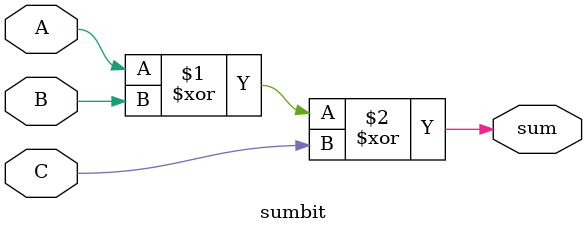
<source format=sv>
module sumbit(
		input logic A, B, C,
		output logic sum);

	assign sum = A ^ B ^ C;

endmodule




</source>
